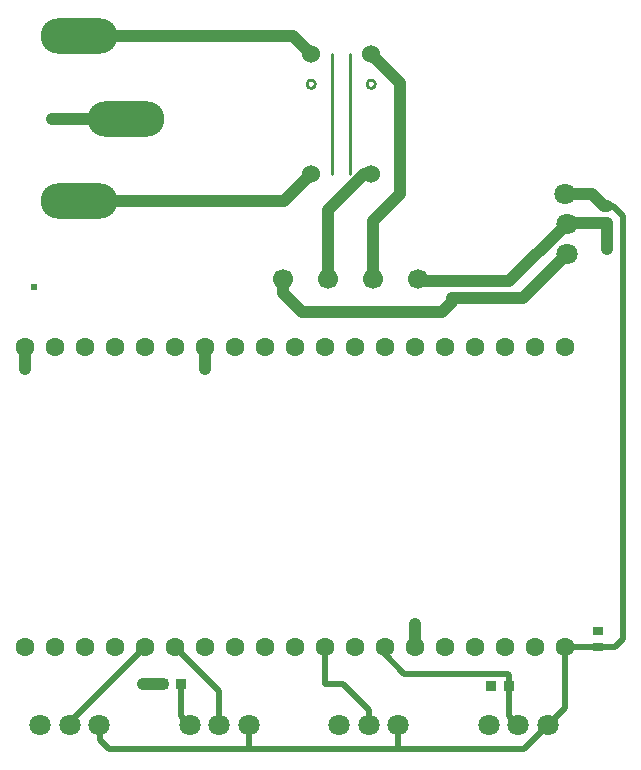
<source format=gtl>
G04 Layer: TopLayer*
G04 EasyEDA v6.5.42, 2024-04-26 10:31:32*
G04 9f6459e1cdc04d20a695041d627ca585,394a4af37713441991a7fd952f151f2e,10*
G04 Gerber Generator version 0.2*
G04 Scale: 100 percent, Rotated: No, Reflected: No *
G04 Dimensions in millimeters *
G04 leading zeros omitted , absolute positions ,4 integer and 5 decimal *
%FSLAX45Y45*%
%MOMM*%

%AMMACRO1*21,1,$1,$2,0,0,$3*%
%ADD10C,1.0000*%
%ADD11C,0.5000*%
%ADD12C,0.2540*%
%ADD13R,0.9000X0.8000*%
%ADD14MACRO1,0.864X0.8065X90.0000*%
%ADD15C,1.8000*%
%ADD16O,6.499987X2.999994*%
%ADD17C,1.7000*%
%ADD18C,1.5240*%
%ADD19C,1.6000*%
%ADD20C,0.6200*%

%LPD*%
D10*
X2566263Y2679700D02*
G01*
X2400300Y2679700D01*
X4699005Y2997202D02*
G01*
X4699005Y3187700D01*
X2921005Y5537202D02*
G01*
X2921005Y5346700D01*
X1397005Y5537202D02*
G01*
X1397005Y5346700D01*
X2257399Y7467600D02*
G01*
X1625600Y7467600D01*
X6324600Y6584797D02*
G01*
X6324600Y6366890D01*
X3581400Y6108700D02*
G01*
X3581400Y5991847D01*
X3743947Y5829300D01*
X4927600Y5829300D02*
G01*
X3759200Y5829300D01*
X5016500Y5949797D02*
G01*
X5016500Y5918200D01*
X4927600Y5829300D01*
X5245100Y5949797D02*
G01*
X5613247Y5949797D01*
X5016500Y5949797D02*
G01*
X5245100Y5949797D01*
D11*
X5613247Y5949797D02*
G01*
X5016500Y5949797D01*
D10*
X5988050Y6324600D02*
G01*
X5613247Y5949797D01*
X5245100Y6089802D02*
G01*
X5499252Y6089802D01*
X5988050Y6578600D01*
X4724400Y6108700D02*
G01*
X4743297Y6089802D01*
X5245100Y6089802D01*
X6324600Y6724802D02*
G01*
X6305397Y6724802D01*
X6197600Y6832600D01*
D11*
X5975350Y6832600D02*
G01*
X6197600Y6832600D01*
X6305400Y6724804D01*
X6324600Y6724804D01*
D10*
X5975350Y6832600D02*
G01*
X6197600Y6832600D01*
X5988050Y6578600D02*
G01*
X5994247Y6584797D01*
X6324600Y6584797D01*
X4343400Y6108700D02*
G01*
X4343400Y6604000D01*
X4572000Y6832600D01*
X4572000Y7772400D01*
X4330700Y8013700D01*
X4330700Y6997700D02*
G01*
X4267200Y6997700D01*
X3962400Y6692900D01*
X3962400Y6108700D01*
X1857400Y8167598D02*
G01*
X3668801Y8167598D01*
X3822700Y8013700D01*
X1857400Y6767601D02*
G01*
X3592601Y6767601D01*
X3822700Y6997700D01*
D11*
X1778012Y2336800D02*
G01*
X1778012Y2362210D01*
X2413005Y2997202D01*
X2716936Y2679700D02*
G01*
X2716936Y2413624D01*
X2793761Y2336800D01*
X3043773Y2336800D02*
G01*
X3043773Y2620434D01*
X2667005Y2997202D01*
X4309551Y2336800D02*
G01*
X4309551Y2459548D01*
X4089400Y2679700D01*
X3937000Y2679700D01*
X3937000Y2997197D01*
X4445005Y2997202D02*
G01*
X4445005Y2933694D01*
X4610100Y2768600D01*
X5486400Y2768600D01*
X5498236Y2756763D01*
X5498236Y2667000D01*
X5575312Y2336800D02*
G01*
X5498236Y2413876D01*
X5498236Y2667000D01*
X4559538Y2336800D02*
G01*
X4559538Y2133600D01*
X3293760Y2336800D02*
G01*
X3293760Y2133600D01*
X5825299Y2336800D02*
G01*
X5622099Y2133600D01*
X2108200Y2133600D01*
X2032000Y2209800D01*
X2032000Y2332799D01*
X2027999Y2336800D01*
X5969005Y2997202D02*
G01*
X5969005Y2480505D01*
X5825299Y2336800D01*
X6248400Y2990697D02*
G01*
X5975510Y2990697D01*
X5969005Y2997202D01*
X6324600Y6724802D02*
G01*
X6381597Y6724802D01*
X6464300Y6642100D01*
X6464300Y3060700D01*
X6394297Y2990697D01*
X6248400Y2990697D01*
X5988050Y6578600D02*
G01*
X5994247Y6584797D01*
X6324600Y6584797D01*
X5016500Y6089802D02*
G01*
X4743297Y6089802D01*
X4724400Y6108700D01*
X5245100Y6089802D02*
G01*
X5016500Y6089802D01*
X5245100Y6089802D02*
G01*
X5499252Y6089802D01*
X5988050Y6578600D01*
X5245100Y5949797D02*
G01*
X5613247Y5949797D01*
X5988050Y6324600D01*
X5016500Y5949797D02*
G01*
X5245100Y5949797D01*
X3581400Y6108700D02*
G01*
X3581400Y5956300D01*
X3708400Y5829300D01*
X4927600Y5829300D01*
X5016500Y5918200D01*
X5016500Y5949797D01*
D12*
X5969000Y2997200D02*
G01*
X5975502Y2990697D01*
X6248400Y2990697D01*
X4152900Y8013700D02*
G01*
X4152900Y6997700D01*
X4000500Y8013700D02*
G01*
X4000500Y6997700D01*
D13*
G01*
X5016500Y5949797D03*
G01*
X5016500Y6089802D03*
G01*
X5245100Y5949797D03*
G01*
X5245100Y6089802D03*
G01*
X6324600Y6724802D03*
G01*
X6324600Y6584797D03*
G01*
X6248400Y2990697D03*
G01*
X6248400Y3130702D03*
D14*
G01*
X5498224Y2667000D03*
G01*
X5347575Y2667000D03*
G01*
X2716924Y2679700D03*
G01*
X2566275Y2679700D03*
D12*
G75*
G01
X4366616Y7759700D02*
G03X4366616Y7759700I-35916J0D01*
G75*
G01
X3858616Y7759700D02*
G03X3858616Y7759700I-35916J0D01*
D15*
G01*
X5988050Y6324600D03*
G01*
X5988050Y6578600D03*
G01*
X5975350Y6832600D03*
D16*
G01*
X1857400Y8167598D03*
G01*
X1857400Y6767601D03*
G01*
X2257399Y7467600D03*
D15*
G01*
X5325300Y2336800D03*
G01*
X5575312Y2336800D03*
G01*
X5825299Y2336800D03*
G01*
X4059539Y2336800D03*
G01*
X4309551Y2336800D03*
G01*
X4559538Y2336800D03*
G01*
X2793761Y2336800D03*
G01*
X3043773Y2336800D03*
G01*
X3293760Y2336800D03*
G01*
X1528000Y2336800D03*
G01*
X1778012Y2336800D03*
G01*
X2027999Y2336800D03*
D17*
G01*
X3581400Y6108700D03*
G01*
X3962400Y6108700D03*
G01*
X4343400Y6108700D03*
G01*
X4724400Y6108700D03*
D18*
G01*
X4330700Y8013700D03*
G01*
X4330700Y6997700D03*
G01*
X3822700Y8013700D03*
G01*
X3822700Y6997700D03*
D19*
G01*
X1397005Y2997202D03*
G01*
X1651005Y2997202D03*
G01*
X1905005Y2997202D03*
G01*
X2159005Y2997202D03*
G01*
X2413005Y2997202D03*
G01*
X2667005Y2997202D03*
G01*
X2921005Y2997202D03*
G01*
X3175005Y2997202D03*
G01*
X3429005Y2997202D03*
G01*
X3683005Y2997202D03*
G01*
X3937005Y2997202D03*
G01*
X4191005Y2997202D03*
G01*
X4445005Y2997202D03*
G01*
X4699005Y2997202D03*
G01*
X4953005Y2997202D03*
G01*
X5207005Y2997202D03*
G01*
X5461005Y2997202D03*
G01*
X5715005Y2997202D03*
G01*
X5969005Y2997202D03*
G01*
X1397005Y5537202D03*
G01*
X1651005Y5537202D03*
G01*
X1905005Y5537202D03*
G01*
X2159005Y5537202D03*
G01*
X2413005Y5537202D03*
G01*
X2667005Y5537202D03*
G01*
X2921005Y5537202D03*
G01*
X3175005Y5537202D03*
G01*
X3429005Y5537202D03*
G01*
X3683005Y5537202D03*
G01*
X3937005Y5537202D03*
G01*
X4191005Y5537202D03*
G01*
X4445005Y5537202D03*
G01*
X4699005Y5537202D03*
G01*
X4953005Y5537202D03*
G01*
X5207005Y5537202D03*
G01*
X5461005Y5537202D03*
G01*
X5715005Y5537202D03*
G01*
X5969005Y5537202D03*
D20*
G01*
X6324600Y6366890D03*
G01*
X1625600Y7467600D03*
G01*
X2921005Y5346700D03*
G01*
X1397005Y5346700D03*
G01*
X1473200Y6045200D03*
G01*
X4699005Y3187700D03*
G01*
X2400300Y2679700D03*
M02*

</source>
